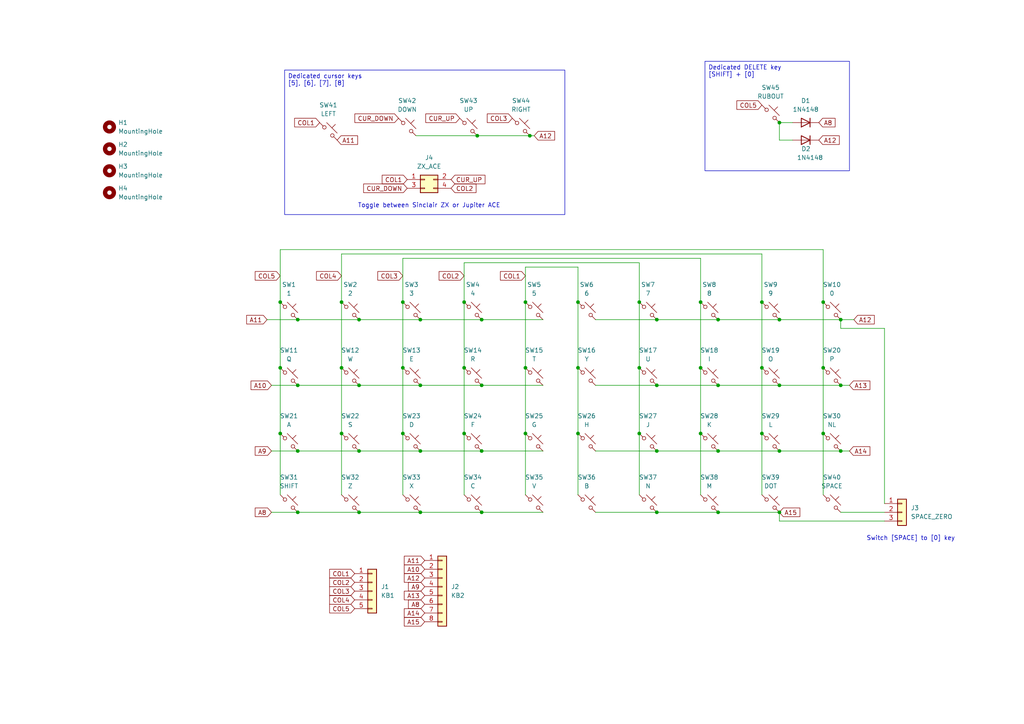
<source format=kicad_sch>
(kicad_sch (version 20250114) (generator "eeschema") (generator_version "9.0")
  (paper "A4")
  (title_block (title "ZX80 Gaming Keyboard") (date "15-Jun-2025") (rev "B") (company "Brett Hallen") (comment 1 "www.youtube.com/@Brfff"))
  (lib_symbols
    (symbol "Connector_Generic:Conn_01x03" (pin_names (offset 1.016) (hide yes))
      (property "Reference" "J" (at 0 5.08 0))
      (property "Value" "Conn_01x03" (at 0 -5.08 0))
      (symbol "Conn_01x03_1_1"
        (rectangle (start -1.27 3.81) (end 1.27 -3.81) (stroke (width 0.254)) (fill (type background)))
        (rectangle (start -1.27 2.667) (end 0 2.413) (stroke (width 0.1524)))
        (rectangle (start -1.27 0.127) (end 0 -0.127) (stroke (width 0.1524)))
        (rectangle (start -1.27 -2.413) (end 0 -2.667) (stroke (width 0.1524)))
        (pin passive line (at -5.08 2.54 0) (length 3.81) (name "Pin_1") (number "1"))
        (pin passive line (at -5.08 0 0) (length 3.81) (name "Pin_2") (number "2"))
        (pin passive line (at -5.08 -2.54 0) (length 3.81) (name "Pin_3") (number "3"))
      )
    )
    (symbol "Connector_Generic:Conn_01x05" (pin_names (offset 1.016) (hide yes))
      (property "Reference" "J" (at 0 7.62 0))
      (property "Value" "Conn_01x05" (at 0 -7.62 0))
      (symbol "Conn_01x05_1_1"
        (rectangle (start -1.27 6.35) (end 1.27 -6.35) (stroke (width 0.254)) (fill (type background)))
        (rectangle (start -1.27 5.207) (end 0 4.953) (stroke (width 0.1524)))
        (rectangle (start -1.27 2.667) (end 0 2.413) (stroke (width 0.1524)))
        (rectangle (start -1.27 0.127) (end 0 -0.127) (stroke (width 0.1524)))
        (rectangle (start -1.27 -2.413) (end 0 -2.667) (stroke (width 0.1524)))
        (rectangle (start -1.27 -4.953) (end 0 -5.207) (stroke (width 0.1524)))
        (pin passive line (at -5.08 5.08 0) (length 3.81) (name "Pin_1") (number "1"))
        (pin passive line (at -5.08 2.54 0) (length 3.81) (name "Pin_2") (number "2"))
        (pin passive line (at -5.08 0 0) (length 3.81) (name "Pin_3") (number "3"))
        (pin passive line (at -5.08 -2.54 0) (length 3.81) (name "Pin_4") (number "4"))
        (pin passive line (at -5.08 -5.08 0) (length 3.81) (name "Pin_5") (number "5"))
      )
    )
    (symbol "Connector_Generic:Conn_01x08" (pin_names (offset 1.016) (hide yes))
      (property "Reference" "J" (at 0 10.16 0))
      (property "Value" "Conn_01x08" (at 0 -12.7 0))
      (symbol "Conn_01x08_1_1"
        (rectangle (start -1.27 8.89) (end 1.27 -11.43) (stroke (width 0.254)) (fill (type background)))
        (rectangle (start -1.27 7.747) (end 0 7.493) (stroke (width 0.1524)))
        (rectangle (start -1.27 5.207) (end 0 4.953) (stroke (width 0.1524)))
        (rectangle (start -1.27 2.667) (end 0 2.413) (stroke (width 0.1524)))
        (rectangle (start -1.27 0.127) (end 0 -0.127) (stroke (width 0.1524)))
        (rectangle (start -1.27 -2.413) (end 0 -2.667) (stroke (width 0.1524)))
        (rectangle (start -1.27 -4.953) (end 0 -5.207) (stroke (width 0.1524)))
        (rectangle (start -1.27 -7.493) (end 0 -7.747) (stroke (width 0.1524)))
        (rectangle (start -1.27 -10.033) (end 0 -10.287) (stroke (width 0.1524)))
        (pin passive line (at -5.08 7.62 0) (length 3.81) (name "Pin_1") (number "1"))
        (pin passive line (at -5.08 5.08 0) (length 3.81) (name "Pin_2") (number "2"))
        (pin passive line (at -5.08 2.54 0) (length 3.81) (name "Pin_3") (number "3"))
        (pin passive line (at -5.08 0 0) (length 3.81) (name "Pin_4") (number "4"))
        (pin passive line (at -5.08 -2.54 0) (length 3.81) (name "Pin_5") (number "5"))
        (pin passive line (at -5.08 -5.08 0) (length 3.81) (name "Pin_6") (number "6"))
        (pin passive line (at -5.08 -7.62 0) (length 3.81) (name "Pin_7") (number "7"))
        (pin passive line (at -5.08 -10.16 0) (length 3.81) (name "Pin_8") (number "8"))
      )
    )
    (symbol "Connector_Generic:Conn_02x02_Odd_Even" (pin_names (offset 1.016) (hide yes))
      (property "Reference" "J" (at 1.27 2.54 0))
      (property "Value" "Conn_02x02_Odd_Even" (at 1.27 -5.08 0))
      (symbol "Conn_02x02_Odd_Even_1_1"
        (rectangle (start -1.27 1.27) (end 3.81 -3.81) (stroke (width 0.254)) (fill (type background)))
        (rectangle (start -1.27 0.127) (end 0 -0.127) (stroke (width 0.1524)))
        (rectangle (start -1.27 -2.413) (end 0 -2.667) (stroke (width 0.1524)))
        (rectangle (start 3.81 0.127) (end 2.54 -0.127) (stroke (width 0.1524)))
        (rectangle (start 3.81 -2.413) (end 2.54 -2.667) (stroke (width 0.1524)))
        (pin passive line (at -5.08 0 0) (length 3.81) (name "Pin_1") (number "1"))
        (pin passive line (at -5.08 -2.54 0) (length 3.81) (name "Pin_3") (number "3"))
        (pin passive line (at 7.62 0 180) (length 3.81) (name "Pin_2") (number "2"))
        (pin passive line (at 7.62 -2.54 180) (length 3.81) (name "Pin_4") (number "4"))
      )
    )
    (symbol "Device:D" (pin_numbers (hide yes)) (pin_names (offset 1.016) (hide yes))
      (property "Reference" "D" (at 0 2.54 0))
      (property "Value" "D" (at 0 -2.54 0))
      (symbol "D_0_1"
        (polyline (pts (xy -1.27 1.27) (xy -1.27 -1.27)) (stroke (width 0.254)))
        (polyline (pts (xy 1.27 1.27) (xy 1.27 -1.27) (xy -1.27 0) (xy 1.27 1.27)) (stroke (width 0.254)))
        (polyline (pts (xy 1.27 0) (xy -1.27 0)))
      )
      (symbol "D_1_1"
        (pin passive line (at -3.81 0 0) (length 2.54) (name "K") (number "1"))
        (pin passive line (at 3.81 0 180) (length 2.54) (name "A") (number "2"))
      )
    )
    (symbol "Mechanical:MountingHole" (pin_names (offset 1.016)) (exclude_from_sim yes) (in_bom no)
      (property "Reference" "H" (at 0 5.08 0))
      (property "Value" "MountingHole" (at 0 3.175 0))
      (symbol "MountingHole_0_1"
        (circle (center 0 0) (radius 1.27) (stroke (width 1.27)))
      )
    )
    (symbol "Switch:SW_Push_45deg" (pin_numbers (hide yes)) (pin_names (offset 1.016) (hide yes))
      (property "Reference" "SW" (at 3.048 1.016 0))
      (property "Value" "SW_Push_45deg" (at 0 -3.81 0))
      (symbol "SW_Push_45deg_0_1"
        (polyline (pts (xy -2.54 2.54) (xy -1.524 1.524) (xy -1.524 1.524)))
        (circle (center -1.1684 1.1684) (radius 0.508))
        (polyline (pts (xy -0.508 2.54) (xy 2.54 -0.508)))
        (polyline (pts (xy 1.016 1.016) (xy 2.032 2.032)))
        (circle (center 1.143 -1.1938) (radius 0.508))
        (polyline (pts (xy 1.524 -1.524) (xy 2.54 -2.54) (xy 2.54 -2.54) (xy 2.54 -2.54)))
        (pin passive line (at -2.54 2.54 0) (length 0) (name "1") (number "1"))
        (pin passive line (at 2.54 -2.54 180) (length 0) (name "2") (number "2"))
      )
    )
  )
  (text "Toggle between Sinclair ZX or Jupiter ACE" (at 124.46 59.69 0) (effects (font (size 1.27 1.27))))
  (text "Switch [SPACE] to [0] key" (at 264.16 156.21 0) (effects (font (size 1.27 1.27))))
  (text_box "Dedicated DELETE key\n[SHIFT] + [0]" (at 204.47 17.78 0) (size 41.91 31.75) (margins 0.9525 0.9525 0.9525 0.9525) (effects (font (size 1.27 1.27)) (justify left top)))
  (text_box "Dedicated cursor keys\n[5], [6], [7], [8]" (at 82.55 20.32 0) (size 81.28 41.91) (margins 0.9525 0.9525 0.9525 0.9525) (effects (font (size 1.27 1.27)) (justify left top)))
  (junction (at 243.84 130.81))
  (junction (at 152.4 106.68))
  (junction (at 185.42 106.68))
  (junction (at 208.28 148.59))
  (junction (at 226.06 111.76))
  (junction (at 190.5 111.76))
  (junction (at 185.42 125.73))
  (junction (at 116.84 87.63))
  (junction (at 99.06 125.73))
  (junction (at 86.36 111.76))
  (junction (at 226.06 130.81))
  (junction (at 138.43 39.37))
  (junction (at 226.06 35.56))
  (junction (at 134.62 87.63))
  (junction (at 116.84 125.73))
  (junction (at 190.5 148.59))
  (junction (at 86.36 130.81))
  (junction (at 86.36 148.59))
  (junction (at 203.2 87.63))
  (junction (at 99.06 87.63))
  (junction (at 104.14 148.59))
  (junction (at 81.28 125.73))
  (junction (at 167.64 87.63))
  (junction (at 190.5 130.81))
  (junction (at 243.84 111.76))
  (junction (at 208.28 111.76))
  (junction (at 121.92 92.71))
  (junction (at 134.62 106.68))
  (junction (at 104.14 92.71))
  (junction (at 220.98 106.68))
  (junction (at 139.7 148.59))
  (junction (at 152.4 125.73))
  (junction (at 86.36 92.71))
  (junction (at 121.92 130.81))
  (junction (at 220.98 87.63))
  (junction (at 167.64 106.68))
  (junction (at 238.76 106.68))
  (junction (at 81.28 106.68))
  (junction (at 152.4 87.63))
  (junction (at 139.7 92.71))
  (junction (at 238.76 125.73))
  (junction (at 81.28 87.63))
  (junction (at 104.14 111.76))
  (junction (at 190.5 92.71))
  (junction (at 104.14 130.81))
  (junction (at 208.28 130.81))
  (junction (at 99.06 106.68))
  (junction (at 238.76 87.63))
  (junction (at 185.42 87.63))
  (junction (at 121.92 111.76))
  (junction (at 139.7 111.76))
  (junction (at 203.2 106.68))
  (junction (at 153.67 39.37))
  (junction (at 167.64 125.73))
  (junction (at 208.28 92.71))
  (junction (at 116.84 106.68))
  (junction (at 243.84 92.71))
  (junction (at 220.98 125.73))
  (junction (at 226.06 148.59))
  (junction (at 203.2 125.73))
  (junction (at 226.06 92.71))
  (junction (at 134.62 125.73))
  (junction (at 139.7 130.81))
  (junction (at 121.92 148.59))
  (wire (pts (xy 78.74 130.81) (xy 86.36 130.81)))
  (wire (pts (xy 86.36 148.59) (xy 104.14 148.59)))
  (wire (pts (xy 121.92 130.81) (xy 139.7 130.81)))
  (wire (pts (xy 86.36 130.81) (xy 104.14 130.81)))
  (wire (pts (xy 172.72 148.59) (xy 190.5 148.59)))
  (wire (pts (xy 243.84 95.25) (xy 256.54 95.25)))
  (wire (pts (xy 203.2 87.63) (xy 203.2 74.93)))
  (wire (pts (xy 154.94 39.37) (xy 153.67 39.37)))
  (wire (pts (xy 121.92 148.59) (xy 139.7 148.59)))
  (wire (pts (xy 220.98 87.63) (xy 220.98 73.66)))
  (wire (pts (xy 99.06 106.68) (xy 99.06 125.73)))
  (wire (pts (xy 134.62 106.68) (xy 134.62 125.73)))
  (wire (pts (xy 81.28 72.39) (xy 238.76 72.39)))
  (wire (pts (xy 220.98 143.51) (xy 220.98 125.73)))
  (wire (pts (xy 116.84 125.73) (xy 116.84 143.51)))
  (wire (pts (xy 243.84 92.71) (xy 243.84 95.25)))
  (wire (pts (xy 134.62 125.73) (xy 134.62 143.51)))
  (wire (pts (xy 77.47 92.71) (xy 86.36 92.71)))
  (wire (pts (xy 185.42 87.63) (xy 185.42 106.68)))
  (wire (pts (xy 152.4 125.73) (xy 152.4 143.51)))
  (wire (pts (xy 104.14 148.59) (xy 121.92 148.59)))
  (wire (pts (xy 190.5 111.76) (xy 208.28 111.76)))
  (wire (pts (xy 104.14 130.81) (xy 121.92 130.81)))
  (wire (pts (xy 138.43 39.37) (xy 153.67 39.37)))
  (wire (pts (xy 243.84 111.76) (xy 246.38 111.76)))
  (wire (pts (xy 229.87 40.64) (xy 226.06 40.64)))
  (wire (pts (xy 116.84 87.63) (xy 116.84 106.68)))
  (wire (pts (xy 172.72 92.71) (xy 190.5 92.71)))
  (wire (pts (xy 167.64 77.47) (xy 167.64 87.63)))
  (wire (pts (xy 220.98 73.66) (xy 99.06 73.66)))
  (wire (pts (xy 243.84 130.81) (xy 246.38 130.81)))
  (wire (pts (xy 78.74 148.59) (xy 86.36 148.59)))
  (wire (pts (xy 243.84 92.71) (xy 247.65 92.71)))
  (wire (pts (xy 190.5 130.81) (xy 208.28 130.81)))
  (wire (pts (xy 238.76 106.68) (xy 238.76 125.73)))
  (wire (pts (xy 81.28 87.63) (xy 81.28 72.39)))
  (wire (pts (xy 99.06 73.66) (xy 99.06 87.63)))
  (wire (pts (xy 203.2 106.68) (xy 203.2 125.73)))
  (wire (pts (xy 185.42 76.2) (xy 134.62 76.2)))
  (wire (pts (xy 120.65 39.37) (xy 138.43 39.37)))
  (wire (pts (xy 139.7 130.81) (xy 157.48 130.81)))
  (wire (pts (xy 203.2 74.93) (xy 116.84 74.93)))
  (wire (pts (xy 256.54 151.13) (xy 226.06 151.13)))
  (wire (pts (xy 190.5 92.71) (xy 208.28 92.71)))
  (wire (pts (xy 226.06 92.71) (xy 243.84 92.71)))
  (wire (pts (xy 238.76 87.63) (xy 238.76 106.68)))
  (wire (pts (xy 134.62 76.2) (xy 134.62 87.63)))
  (wire (pts (xy 220.98 106.68) (xy 220.98 87.63)))
  (wire (pts (xy 152.4 87.63) (xy 152.4 106.68)))
  (wire (pts (xy 203.2 125.73) (xy 203.2 143.51)))
  (wire (pts (xy 139.7 111.76) (xy 157.48 111.76)))
  (wire (pts (xy 167.64 125.73) (xy 167.64 143.51)))
  (wire (pts (xy 185.42 87.63) (xy 185.42 76.2)))
  (wire (pts (xy 86.36 111.76) (xy 104.14 111.76)))
  (wire (pts (xy 208.28 148.59) (xy 226.06 148.59)))
  (wire (pts (xy 226.06 111.76) (xy 243.84 111.76)))
  (wire (pts (xy 220.98 125.73) (xy 220.98 106.68)))
  (wire (pts (xy 256.54 95.25) (xy 256.54 146.05)))
  (wire (pts (xy 208.28 92.71) (xy 226.06 92.71)))
  (wire (pts (xy 81.28 87.63) (xy 81.28 106.68)))
  (wire (pts (xy 134.62 87.63) (xy 134.62 106.68)))
  (wire (pts (xy 78.74 111.76) (xy 86.36 111.76)))
  (wire (pts (xy 121.92 92.71) (xy 139.7 92.71)))
  (wire (pts (xy 238.76 125.73) (xy 238.76 143.51)))
  (wire (pts (xy 104.14 111.76) (xy 121.92 111.76)))
  (wire (pts (xy 152.4 77.47) (xy 167.64 77.47)))
  (wire (pts (xy 185.42 106.68) (xy 185.42 125.73)))
  (wire (pts (xy 238.76 72.39) (xy 238.76 87.63)))
  (wire (pts (xy 99.06 125.73) (xy 99.06 143.51)))
  (wire (pts (xy 152.4 87.63) (xy 152.4 77.47)))
  (wire (pts (xy 104.14 92.71) (xy 121.92 92.71)))
  (wire (pts (xy 203.2 87.63) (xy 203.2 106.68)))
  (wire (pts (xy 226.06 35.56) (xy 226.06 40.64)))
  (wire (pts (xy 86.36 92.71) (xy 104.14 92.71)))
  (wire (pts (xy 99.06 87.63) (xy 99.06 106.68)))
  (wire (pts (xy 139.7 92.71) (xy 157.48 92.71)))
  (wire (pts (xy 152.4 106.68) (xy 152.4 125.73)))
  (wire (pts (xy 172.72 130.81) (xy 190.5 130.81)))
  (wire (pts (xy 81.28 125.73) (xy 81.28 143.51)))
  (wire (pts (xy 116.84 106.68) (xy 116.84 125.73)))
  (wire (pts (xy 139.7 148.59) (xy 157.48 148.59)))
  (wire (pts (xy 226.06 151.13) (xy 226.06 148.59)))
  (wire (pts (xy 190.5 148.59) (xy 208.28 148.59)))
  (wire (pts (xy 208.28 130.81) (xy 226.06 130.81)))
  (wire (pts (xy 226.06 35.56) (xy 229.87 35.56)))
  (wire (pts (xy 167.64 106.68) (xy 167.64 125.73)))
  (wire (pts (xy 167.64 87.63) (xy 167.64 106.68)))
  (wire (pts (xy 208.28 111.76) (xy 226.06 111.76)))
  (wire (pts (xy 116.84 74.93) (xy 116.84 87.63)))
  (wire (pts (xy 243.84 148.59) (xy 256.54 148.59)))
  (wire (pts (xy 121.92 111.76) (xy 139.7 111.76)))
  (wire (pts (xy 81.28 106.68) (xy 81.28 125.73)))
  (wire (pts (xy 185.42 125.73) (xy 185.42 143.51)))
  (wire (pts (xy 172.72 111.76) (xy 190.5 111.76)))
  (wire (pts (xy 226.06 130.81) (xy 243.84 130.81)))
  (global_label "A8" (shape input) (at 237.49 35.56 0) (property "Intersheetrefs" "${INTERSHEET_REFS}" (effects (hide yes))))
  (global_label "COL2" (shape input) (at 102.87 168.91 180) (property "Intersheetrefs" "${INTERSHEET_REFS}" (effects (hide yes))))
  (global_label "COL4" (shape input) (at 102.87 173.99 180) (property "Intersheetrefs" "${INTERSHEET_REFS}" (effects (hide yes))))
  (global_label "A10" (shape input) (at 123.19 165.1 180) (property "Intersheetrefs" "${INTERSHEET_REFS}" (effects (hide yes))))
  (global_label "A11" (shape input) (at 97.79 40.64 0) (property "Intersheetrefs" "${INTERSHEET_REFS}" (effects (hide yes))))
  (global_label "COL1" (shape input) (at 118.11 52.07 180) (property "Intersheetrefs" "${INTERSHEET_REFS}" (effects (hide yes))))
  (global_label "COL5" (shape input) (at 102.87 176.53 180) (property "Intersheetrefs" "${INTERSHEET_REFS}" (effects (hide yes))))
  (global_label "CUR_UP" (shape input) (at 133.35 34.29 180) (property "Intersheetrefs" "${INTERSHEET_REFS}" (effects (hide yes))))
  (global_label "CUR_DOWN" (shape input) (at 118.11 54.61 180) (property "Intersheetrefs" "${INTERSHEET_REFS}" (effects (hide yes))))
  (global_label "A14" (shape input) (at 246.38 130.81 0) (property "Intersheetrefs" "${INTERSHEET_REFS}" (effects (hide yes))))
  (global_label "A15" (shape input) (at 123.19 180.34 180) (property "Intersheetrefs" "${INTERSHEET_REFS}" (effects (hide yes))))
  (global_label "A12" (shape input) (at 123.19 167.64 180) (property "Intersheetrefs" "${INTERSHEET_REFS}" (effects (hide yes))))
  (global_label "COL2" (shape input) (at 130.81 54.61 0) (property "Intersheetrefs" "${INTERSHEET_REFS}" (effects (hide yes))))
  (global_label "CUR_UP" (shape input) (at 130.81 52.07 0) (property "Intersheetrefs" "${INTERSHEET_REFS}" (effects (hide yes))))
  (global_label "A13" (shape input) (at 246.38 111.76 0) (property "Intersheetrefs" "${INTERSHEET_REFS}" (effects (hide yes))))
  (global_label "A13" (shape input) (at 123.19 172.72 180) (property "Intersheetrefs" "${INTERSHEET_REFS}" (effects (hide yes))))
  (global_label "COL3" (shape input) (at 148.59 34.29 180) (property "Intersheetrefs" "${INTERSHEET_REFS}" (effects (hide yes))))
  (global_label "COL3" (shape input) (at 116.84 80.01 180) (property "Intersheetrefs" "${INTERSHEET_REFS}" (effects (hide yes))))
  (global_label "A9" (shape input) (at 123.19 170.18 180) (property "Intersheetrefs" "${INTERSHEET_REFS}" (effects (hide yes))))
  (global_label "COL3" (shape input) (at 102.87 171.45 180) (property "Intersheetrefs" "${INTERSHEET_REFS}" (effects (hide yes))))
  (global_label "COL5" (shape input) (at 81.28 80.01 180) (property "Intersheetrefs" "${INTERSHEET_REFS}" (effects (hide yes))))
  (global_label "COL4" (shape input) (at 99.06 80.01 180) (property "Intersheetrefs" "${INTERSHEET_REFS}" (effects (hide yes))))
  (global_label "A9" (shape input) (at 78.74 130.81 180) (property "Intersheetrefs" "${INTERSHEET_REFS}" (effects (hide yes))))
  (global_label "A12" (shape input) (at 247.65 92.71 0) (property "Intersheetrefs" "${INTERSHEET_REFS}" (effects (hide yes))))
  (global_label "A15" (shape input) (at 226.06 148.59 0) (property "Intersheetrefs" "${INTERSHEET_REFS}" (effects (hide yes))))
  (global_label "A10" (shape input) (at 78.74 111.76 180) (property "Intersheetrefs" "${INTERSHEET_REFS}" (effects (hide yes))))
  (global_label "CUR_DOWN" (shape input) (at 115.57 34.29 180) (property "Intersheetrefs" "${INTERSHEET_REFS}" (effects (hide yes))))
  (global_label "A11" (shape input) (at 123.19 162.56 180) (property "Intersheetrefs" "${INTERSHEET_REFS}" (effects (hide yes))))
  (global_label "A8" (shape input) (at 78.74 148.59 180) (property "Intersheetrefs" "${INTERSHEET_REFS}" (effects (hide yes))))
  (global_label "COL1" (shape input) (at 152.4 80.01 180) (property "Intersheetrefs" "${INTERSHEET_REFS}" (effects (hide yes))))
  (global_label "A11" (shape input) (at 77.47 92.71 180) (property "Intersheetrefs" "${INTERSHEET_REFS}" (effects (hide yes))))
  (global_label "A14" (shape input) (at 123.19 177.8 180) (property "Intersheetrefs" "${INTERSHEET_REFS}" (effects (hide yes))))
  (global_label "A12" (shape input) (at 154.94 39.37 0) (property "Intersheetrefs" "${INTERSHEET_REFS}" (effects (hide yes))))
  (global_label "COL1" (shape input) (at 102.87 166.37 180) (property "Intersheetrefs" "${INTERSHEET_REFS}" (effects (hide yes))))
  (global_label "A8" (shape input) (at 123.19 175.26 180) (property "Intersheetrefs" "${INTERSHEET_REFS}" (effects (hide yes))))
  (global_label "COL5" (shape input) (at 220.98 30.48 180) (property "Intersheetrefs" "${INTERSHEET_REFS}" (effects (hide yes))))
  (global_label "COL1" (shape input) (at 92.71 35.56 180) (property "Intersheetrefs" "${INTERSHEET_REFS}" (effects (hide yes))))
  (global_label "COL2" (shape input) (at 134.62 80.01 180) (property "Intersheetrefs" "${INTERSHEET_REFS}" (effects (hide yes))))
  (global_label "A12" (shape input) (at 237.49 40.64 0) (property "Intersheetrefs" "${INTERSHEET_REFS}" (effects (hide yes))))
  (symbol (lib_id "Switch:SW_Push_45deg") (at 205.74 128.27 0) (unit 1)
    (property "Reference" "SW28" (at 205.74 120.65 0))
    (property "Value" "K" (at 205.74 123.19 0))
    (property "Footprint" "Button_Switch_Keyboard:SW_Cherry_MX_1.00u_PCB" (effects (hide yes)))
    (property "Description" "Push button switch, normally open, two pins, 45° tilted" (effects (hide yes)))
  )
  (symbol (lib_id "Switch:SW_Push_45deg") (at 83.82 146.05 0) (unit 1)
    (property "Reference" "SW31" (at 83.82 138.43 0))
    (property "Value" "SHIFT" (at 83.82 140.97 0))
    (property "Footprint" "Button_Switch_Keyboard:SW_Cherry_MX_1.00u_PCB" (effects (hide yes)))
    (property "Description" "Push button switch, normally open, two pins, 45° tilted" (effects (hide yes)))
  )
  (symbol (lib_id "Switch:SW_Push_45deg") (at 154.94 146.05 0) (unit 1)
    (property "Reference" "SW35" (at 154.94 138.43 0))
    (property "Value" "V" (at 154.94 140.97 0))
    (property "Footprint" "Button_Switch_Keyboard:SW_Cherry_MX_1.00u_PCB" (effects (hide yes)))
    (property "Description" "Push button switch, normally open, two pins, 45° tilted" (effects (hide yes)))
  )
  (symbol (lib_id "Switch:SW_Push_45deg") (at 223.52 146.05 0) (unit 1)
    (property "Reference" "SW39" (at 223.52 138.43 0))
    (property "Value" "DOT" (at 223.52 140.97 0))
    (property "Footprint" "Button_Switch_Keyboard:SW_Cherry_MX_1.00u_PCB" (effects (hide yes)))
    (property "Description" "Push button switch, normally open, two pins, 45° tilted" (effects (hide yes)))
  )
  (symbol (lib_id "Mechanical:MountingHole") (at 31.75 36.83 0) (unit 1) (exclude_from_sim yes) (in_bom no)
    (property "Reference" "H1" (at 34.29 35.5599 0) (effects (justify left)))
    (property "Value" "MountingHole" (at 34.29 38.0999 0) (effects (justify left)))
    (property "Footprint" "MountingHole:MountingHole_3.2mm_M3" (effects (hide yes)))
    (property "Description" "Mounting Hole without connection" (effects (hide yes)))
  )
  (symbol (lib_id "Switch:SW_Push_45deg") (at 154.94 90.17 0) (unit 1)
    (property "Reference" "SW5" (at 154.94 82.55 0))
    (property "Value" "5" (at 154.94 85.09 0))
    (property "Footprint" "Button_Switch_Keyboard:SW_Cherry_MX_1.00u_PCB" (effects (hide yes)))
    (property "Description" "Push button switch, normally open, two pins, 45° tilted" (effects (hide yes)))
  )
  (symbol (lib_id "Switch:SW_Push_45deg") (at 223.52 109.22 0) (unit 1)
    (property "Reference" "SW19" (at 223.52 101.6 0))
    (property "Value" "O" (at 223.52 104.14 0))
    (property "Footprint" "Button_Switch_Keyboard:SW_Cherry_MX_1.00u_PCB" (effects (hide yes)))
    (property "Description" "Push button switch, normally open, two pins, 45° tilted" (effects (hide yes)))
  )
  (symbol (lib_id "Switch:SW_Push_45deg") (at 137.16 146.05 0) (unit 1)
    (property "Reference" "SW34" (at 137.16 138.43 0))
    (property "Value" "C" (at 137.16 140.97 0))
    (property "Footprint" "Button_Switch_Keyboard:SW_Cherry_MX_1.00u_PCB" (effects (hide yes)))
    (property "Description" "Push button switch, normally open, two pins, 45° tilted" (effects (hide yes)))
  )
  (symbol (lib_id "Connector_Generic:Conn_02x02_Odd_Even") (at 123.19 52.07 0) (unit 1)
    (property "Reference" "J4" (at 124.46 45.72 0))
    (property "Value" "ZX_ACE" (at 124.46 48.26 0))
    (property "Footprint" "Connector_PinHeader_2.54mm:PinHeader_2x02_P2.54mm_Vertical" (effects (hide yes)))
    (property "Description" "Generic connector, double row, 02x02, odd/even pin numbering scheme (row 1 odd numbers, row 2 even numbers), script generated (kicad-library-utils/schlib/autogen/connector/)" (effects (hide yes)))
  )
  (symbol (lib_id "Switch:SW_Push_45deg") (at 241.3 90.17 0) (unit 1)
    (property "Reference" "SW10" (at 241.3 82.55 0))
    (property "Value" "0" (at 241.3 85.09 0))
    (property "Footprint" "Button_Switch_Keyboard:SW_Cherry_MX_1.00u_PCB" (effects (hide yes)))
    (property "Description" "Push button switch, normally open, two pins, 45° tilted" (effects (hide yes)))
  )
  (symbol (lib_id "Switch:SW_Push_45deg") (at 135.89 36.83 0) (unit 1)
    (property "Reference" "SW43" (at 135.89 29.21 0))
    (property "Value" "UP" (at 135.89 31.75 0))
    (property "Footprint" "Button_Switch_Keyboard:SW_Cherry_MX_1.00u_PCB" (effects (hide yes)))
    (property "Description" "Push button switch, normally open, two pins, 45° tilted" (effects (hide yes)))
  )
  (symbol (lib_id "Switch:SW_Push_45deg") (at 137.16 109.22 0) (unit 1)
    (property "Reference" "SW14" (at 137.16 101.6 0))
    (property "Value" "R" (at 137.16 104.14 0))
    (property "Footprint" "Button_Switch_Keyboard:SW_Cherry_MX_1.00u_PCB" (effects (hide yes)))
    (property "Description" "Push button switch, normally open, two pins, 45° tilted" (effects (hide yes)))
  )
  (symbol (lib_id "Switch:SW_Push_45deg") (at 241.3 109.22 0) (unit 1)
    (property "Reference" "SW20" (at 241.3 101.6 0))
    (property "Value" "P" (at 241.3 104.14 0))
    (property "Footprint" "Button_Switch_Keyboard:SW_Cherry_MX_1.00u_PCB" (effects (hide yes)))
    (property "Description" "Push button switch, normally open, two pins, 45° tilted" (effects (hide yes)))
  )
  (symbol (lib_id "Switch:SW_Push_45deg") (at 241.3 146.05 0) (unit 1)
    (property "Reference" "SW40" (at 241.3 138.43 0))
    (property "Value" "SPACE" (at 241.3 140.97 0))
    (property "Footprint" "Button_Switch_Keyboard:SW_Cherry_MX_1.00u_PCB" (effects (hide yes)))
    (property "Description" "Push button switch, normally open, two pins, 45° tilted" (effects (hide yes)))
  )
  (symbol (lib_id "Switch:SW_Push_45deg") (at 119.38 109.22 0) (unit 1)
    (property "Reference" "SW13" (at 119.38 101.6 0))
    (property "Value" "E" (at 119.38 104.14 0))
    (property "Footprint" "Button_Switch_Keyboard:SW_Cherry_MX_1.00u_PCB" (effects (hide yes)))
    (property "Description" "Push button switch, normally open, two pins, 45° tilted" (effects (hide yes)))
  )
  (symbol (lib_id "Connector_Generic:Conn_01x08") (at 128.27 170.18 0) (unit 1)
    (property "Reference" "J2" (at 130.81 170.1799 0) (effects (justify left)))
    (property "Value" "KB2" (at 130.81 172.7199 0) (effects (justify left)))
    (property "Footprint" "Connector_PinHeader_2.54mm:PinHeader_1x08_P2.54mm_Vertical" (effects (hide yes)))
    (property "Description" "Generic connector, single row, 01x08, script generated (kicad-library-utils/schlib/autogen/connector/)" (effects (hide yes)))
  )
  (symbol (lib_id "Switch:SW_Push_45deg") (at 170.18 90.17 0) (unit 1)
    (property "Reference" "SW6" (at 170.18 82.55 0))
    (property "Value" "6" (at 170.18 85.09 0))
    (property "Footprint" "Button_Switch_Keyboard:SW_Cherry_MX_1.00u_PCB" (effects (hide yes)))
    (property "Description" "Push button switch, normally open, two pins, 45° tilted" (effects (hide yes)))
  )
  (symbol (lib_id "Connector_Generic:Conn_01x03") (at 261.62 148.59 0) (unit 1)
    (property "Reference" "J3" (at 264.16 147.3199 0) (effects (justify left)))
    (property "Value" "SPACE_ZERO" (at 264.16 149.8599 0) (effects (justify left)))
    (property "Footprint" "Connector_PinHeader_2.54mm:PinHeader_1x03_P2.54mm_Vertical" (effects (hide yes)))
    (property "Description" "Generic connector, single row, 01x03, script generated (kicad-library-utils/schlib/autogen/connector/)" (effects (hide yes)))
  )
  (symbol (lib_id "Switch:SW_Push_45deg") (at 241.3 128.27 0) (unit 1)
    (property "Reference" "SW30" (at 241.3 120.65 0))
    (property "Value" "NL" (at 241.3 123.19 0))
    (property "Footprint" "Button_Switch_Keyboard:SW_Cherry_MX_1.00u_PCB" (effects (hide yes)))
    (property "Description" "Push button switch, normally open, two pins, 45° tilted" (effects (hide yes)))
  )
  (symbol (lib_id "Switch:SW_Push_45deg") (at 187.96 109.22 0) (unit 1)
    (property "Reference" "SW17" (at 187.96 101.6 0))
    (property "Value" "U" (at 187.96 104.14 0))
    (property "Footprint" "Button_Switch_Keyboard:SW_Cherry_MX_1.00u_PCB" (effects (hide yes)))
    (property "Description" "Push button switch, normally open, two pins, 45° tilted" (effects (hide yes)))
  )
  (symbol (lib_id "Switch:SW_Push_45deg") (at 205.74 146.05 0) (unit 1)
    (property "Reference" "SW38" (at 205.74 138.43 0))
    (property "Value" "M" (at 205.74 140.97 0))
    (property "Footprint" "Button_Switch_Keyboard:SW_Cherry_MX_1.00u_PCB" (effects (hide yes)))
    (property "Description" "Push button switch, normally open, two pins, 45° tilted" (effects (hide yes)))
  )
  (symbol (lib_id "Mechanical:MountingHole") (at 31.75 43.18 0) (unit 1) (exclude_from_sim yes) (in_bom no)
    (property "Reference" "H2" (at 34.29 41.9099 0) (effects (justify left)))
    (property "Value" "MountingHole" (at 34.29 44.4499 0) (effects (justify left)))
    (property "Footprint" "MountingHole:MountingHole_3.2mm_M3" (effects (hide yes)))
    (property "Description" "Mounting Hole without connection" (effects (hide yes)))
  )
  (symbol (lib_id "Switch:SW_Push_45deg") (at 83.82 109.22 0) (unit 1)
    (property "Reference" "SW11" (at 83.82 101.6 0))
    (property "Value" "Q" (at 83.82 104.14 0))
    (property "Footprint" "Button_Switch_Keyboard:SW_Cherry_MX_1.00u_PCB" (effects (hide yes)))
    (property "Description" "Push button switch, normally open, two pins, 45° tilted" (effects (hide yes)))
  )
  (symbol (lib_id "Device:D") (at 233.68 40.64 180) (unit 1)
    (property "Reference" "D2" (at 232.41 43.18 0) (effects (justify right)))
    (property "Value" "1N4148" (at 231.14 45.72 0) (effects (justify right)))
    (property "Footprint" "Diode_THT:D_DO-35_SOD27_P7.62mm_Horizontal" (effects (hide yes)))
    (property "Description" "Diode" (effects (hide yes)))
    (property "Sim.Device" "D" (effects (hide yes)))
    (property "Sim.Pins" "1=K 2=A" (effects (hide yes)))
  )
  (symbol (lib_id "Switch:SW_Push_45deg") (at 119.38 90.17 0) (unit 1)
    (property "Reference" "SW3" (at 119.38 82.55 0))
    (property "Value" "3" (at 119.38 85.09 0))
    (property "Footprint" "Button_Switch_Keyboard:SW_Cherry_MX_1.00u_PCB" (effects (hide yes)))
    (property "Description" "Push button switch, normally open, two pins, 45° tilted" (effects (hide yes)))
  )
  (symbol (lib_id "Switch:SW_Push_45deg") (at 119.38 146.05 0) (unit 1)
    (property "Reference" "SW33" (at 119.38 138.43 0))
    (property "Value" "X" (at 119.38 140.97 0))
    (property "Footprint" "Button_Switch_Keyboard:SW_Cherry_MX_1.00u_PCB" (effects (hide yes)))
    (property "Description" "Push button switch, normally open, two pins, 45° tilted" (effects (hide yes)))
  )
  (symbol (lib_id "Switch:SW_Push_45deg") (at 187.96 90.17 0) (unit 1)
    (property "Reference" "SW7" (at 187.96 82.55 0))
    (property "Value" "7" (at 187.96 85.09 0))
    (property "Footprint" "Button_Switch_Keyboard:SW_Cherry_MX_1.00u_PCB" (effects (hide yes)))
    (property "Description" "Push button switch, normally open, two pins, 45° tilted" (effects (hide yes)))
  )
  (symbol (lib_id "Switch:SW_Push_45deg") (at 95.25 38.1 0) (unit 1)
    (property "Reference" "SW41" (at 95.25 30.48 0))
    (property "Value" "LEFT" (at 95.25 33.02 0))
    (property "Footprint" "Button_Switch_Keyboard:SW_Cherry_MX_1.00u_PCB" (effects (hide yes)))
    (property "Description" "Push button switch, normally open, two pins, 45° tilted" (effects (hide yes)))
  )
  (symbol (lib_id "Switch:SW_Push_45deg") (at 205.74 90.17 0) (unit 1)
    (property "Reference" "SW8" (at 205.74 82.55 0))
    (property "Value" "8" (at 205.74 85.09 0))
    (property "Footprint" "Button_Switch_Keyboard:SW_Cherry_MX_1.00u_PCB" (effects (hide yes)))
    (property "Description" "Push button switch, normally open, two pins, 45° tilted" (effects (hide yes)))
  )
  (symbol (lib_id "Switch:SW_Push_45deg") (at 151.13 36.83 0) (unit 1)
    (property "Reference" "SW44" (at 151.13 29.21 0))
    (property "Value" "RIGHT" (at 151.13 31.75 0))
    (property "Footprint" "Button_Switch_Keyboard:SW_Cherry_MX_1.00u_PCB" (effects (hide yes)))
    (property "Description" "Push button switch, normally open, two pins, 45° tilted" (effects (hide yes)))
  )
  (symbol (lib_id "Switch:SW_Push_45deg") (at 101.6 90.17 0) (unit 1)
    (property "Reference" "SW2" (at 101.6 82.55 0))
    (property "Value" "2" (at 101.6 85.09 0))
    (property "Footprint" "Button_Switch_Keyboard:SW_Cherry_MX_1.00u_PCB" (effects (hide yes)))
    (property "Description" "Push button switch, normally open, two pins, 45° tilted" (effects (hide yes)))
  )
  (symbol (lib_id "Switch:SW_Push_45deg") (at 205.74 109.22 0) (unit 1)
    (property "Reference" "SW18" (at 205.74 101.6 0))
    (property "Value" "I" (at 205.74 104.14 0))
    (property "Footprint" "Button_Switch_Keyboard:SW_Cherry_MX_1.00u_PCB" (effects (hide yes)))
    (property "Description" "Push button switch, normally open, two pins, 45° tilted" (effects (hide yes)))
  )
  (symbol (lib_id "Mechanical:MountingHole") (at 31.75 55.88 0) (unit 1) (exclude_from_sim yes) (in_bom no)
    (property "Reference" "H4" (at 34.29 54.6099 0) (effects (justify left)))
    (property "Value" "MountingHole" (at 34.29 57.1499 0) (effects (justify left)))
    (property "Footprint" "MountingHole:MountingHole_3.2mm_M3" (effects (hide yes)))
    (property "Description" "Mounting Hole without connection" (effects (hide yes)))
  )
  (symbol (lib_id "Switch:SW_Push_45deg") (at 118.11 36.83 0) (unit 1)
    (property "Reference" "SW42" (at 118.11 29.21 0))
    (property "Value" "DOWN" (at 118.11 31.75 0))
    (property "Footprint" "Button_Switch_Keyboard:SW_Cherry_MX_1.00u_PCB" (effects (hide yes)))
    (property "Description" "Push button switch, normally open, two pins, 45° tilted" (effects (hide yes)))
  )
  (symbol (lib_id "Switch:SW_Push_45deg") (at 154.94 109.22 0) (unit 1)
    (property "Reference" "SW15" (at 154.94 101.6 0))
    (property "Value" "T" (at 154.94 104.14 0))
    (property "Footprint" "Button_Switch_Keyboard:SW_Cherry_MX_1.00u_PCB" (effects (hide yes)))
    (property "Description" "Push button switch, normally open, two pins, 45° tilted" (effects (hide yes)))
  )
  (symbol (lib_id "Switch:SW_Push_45deg") (at 83.82 128.27 0) (unit 1)
    (property "Reference" "SW21" (at 83.82 120.65 0))
    (property "Value" "A" (at 83.82 123.19 0))
    (property "Footprint" "Button_Switch_Keyboard:SW_Cherry_MX_1.00u_PCB" (effects (hide yes)))
    (property "Description" "Push button switch, normally open, two pins, 45° tilted" (effects (hide yes)))
  )
  (symbol (lib_id "Switch:SW_Push_45deg") (at 137.16 128.27 0) (unit 1)
    (property "Reference" "SW24" (at 137.16 120.65 0))
    (property "Value" "F" (at 137.16 123.19 0))
    (property "Footprint" "Button_Switch_Keyboard:SW_Cherry_MX_1.00u_PCB" (effects (hide yes)))
    (property "Description" "Push button switch, normally open, two pins, 45° tilted" (effects (hide yes)))
  )
  (symbol (lib_id "Mechanical:MountingHole") (at 31.75 49.53 0) (unit 1) (exclude_from_sim yes) (in_bom no)
    (property "Reference" "H3" (at 34.29 48.2599 0) (effects (justify left)))
    (property "Value" "MountingHole" (at 34.29 50.7999 0) (effects (justify left)))
    (property "Footprint" "MountingHole:MountingHole_3.2mm_M3" (effects (hide yes)))
    (property "Description" "Mounting Hole without connection" (effects (hide yes)))
  )
  (symbol (lib_id "Device:D") (at 233.68 35.56 180) (unit 1)
    (property "Reference" "D1" (at 233.68 29.21 0))
    (property "Value" "1N4148" (at 233.68 31.75 0))
    (property "Footprint" "Diode_THT:D_DO-35_SOD27_P7.62mm_Horizontal" (effects (hide yes)))
    (property "Description" "Diode" (effects (hide yes)))
    (property "Sim.Device" "D" (effects (hide yes)))
    (property "Sim.Pins" "1=K 2=A" (effects (hide yes)))
  )
  (symbol (lib_id "Switch:SW_Push_45deg") (at 223.52 33.02 0) (unit 1)
    (property "Reference" "SW45" (at 223.52 25.4 0))
    (property "Value" "RUBOUT" (at 223.52 27.94 0))
    (property "Footprint" "Button_Switch_Keyboard:SW_Cherry_MX_1.00u_PCB" (effects (hide yes)))
    (property "Description" "Push button switch, normally open, two pins, 45° tilted" (effects (hide yes)))
  )
  (symbol (lib_id "Switch:SW_Push_45deg") (at 170.18 146.05 0) (unit 1)
    (property "Reference" "SW36" (at 170.18 138.43 0))
    (property "Value" "B" (at 170.18 140.97 0))
    (property "Footprint" "Button_Switch_Keyboard:SW_Cherry_MX_1.00u_PCB" (effects (hide yes)))
    (property "Description" "Push button switch, normally open, two pins, 45° tilted" (effects (hide yes)))
  )
  (symbol (lib_id "Switch:SW_Push_45deg") (at 154.94 128.27 0) (unit 1)
    (property "Reference" "SW25" (at 154.94 120.65 0))
    (property "Value" "G" (at 154.94 123.19 0))
    (property "Footprint" "Button_Switch_Keyboard:SW_Cherry_MX_1.00u_PCB" (effects (hide yes)))
    (property "Description" "Push button switch, normally open, two pins, 45° tilted" (effects (hide yes)))
  )
  (symbol (lib_id "Switch:SW_Push_45deg") (at 101.6 109.22 0) (unit 1)
    (property "Reference" "SW12" (at 101.6 101.6 0))
    (property "Value" "W" (at 101.6 104.14 0))
    (property "Footprint" "Button_Switch_Keyboard:SW_Cherry_MX_1.00u_PCB" (effects (hide yes)))
    (property "Description" "Push button switch, normally open, two pins, 45° tilted" (effects (hide yes)))
  )
  (symbol (lib_id "Switch:SW_Push_45deg") (at 83.82 90.17 0) (unit 1)
    (property "Reference" "SW1" (at 83.82 82.55 0))
    (property "Value" "1" (at 83.82 85.09 0))
    (property "Footprint" "Button_Switch_Keyboard:SW_Cherry_MX_1.00u_PCB" (effects (hide yes)))
    (property "Description" "Push button switch, normally open, two pins, 45° tilted" (effects (hide yes)))
  )
  (symbol (lib_id "Switch:SW_Push_45deg") (at 137.16 90.17 0) (unit 1)
    (property "Reference" "SW4" (at 137.16 82.55 0))
    (property "Value" "4" (at 137.16 85.09 0))
    (property "Footprint" "Button_Switch_Keyboard:SW_Cherry_MX_1.00u_PCB" (effects (hide yes)))
    (property "Description" "Push button switch, normally open, two pins, 45° tilted" (effects (hide yes)))
  )
  (symbol (lib_id "Switch:SW_Push_45deg") (at 119.38 128.27 0) (unit 1)
    (property "Reference" "SW23" (at 119.38 120.65 0))
    (property "Value" "D" (at 119.38 123.19 0))
    (property "Footprint" "Button_Switch_Keyboard:SW_Cherry_MX_1.00u_PCB" (effects (hide yes)))
    (property "Description" "Push button switch, normally open, two pins, 45° tilted" (effects (hide yes)))
  )
  (symbol (lib_id "Switch:SW_Push_45deg") (at 187.96 146.05 0) (unit 1)
    (property "Reference" "SW37" (at 187.96 138.43 0))
    (property "Value" "N" (at 187.96 140.97 0))
    (property "Footprint" "Button_Switch_Keyboard:SW_Cherry_MX_1.00u_PCB" (effects (hide yes)))
    (property "Description" "Push button switch, normally open, two pins, 45° tilted" (effects (hide yes)))
  )
  (symbol (lib_id "Switch:SW_Push_45deg") (at 101.6 146.05 0) (unit 1)
    (property "Reference" "SW32" (at 101.6 138.43 0))
    (property "Value" "Z" (at 101.6 140.97 0))
    (property "Footprint" "Button_Switch_Keyboard:SW_Cherry_MX_1.00u_PCB" (effects (hide yes)))
    (property "Description" "Push button switch, normally open, two pins, 45° tilted" (effects (hide yes)))
  )
  (symbol (lib_id "Switch:SW_Push_45deg") (at 170.18 128.27 0) (unit 1)
    (property "Reference" "SW26" (at 170.18 120.65 0))
    (property "Value" "H" (at 170.18 123.19 0))
    (property "Footprint" "Button_Switch_Keyboard:SW_Cherry_MX_1.00u_PCB" (effects (hide yes)))
    (property "Description" "Push button switch, normally open, two pins, 45° tilted" (effects (hide yes)))
  )
  (symbol (lib_id "Connector_Generic:Conn_01x05") (at 107.95 171.45 0) (unit 1)
    (property "Reference" "J1" (at 110.49 170.1799 0) (effects (justify left)))
    (property "Value" "KB1" (at 110.49 172.7199 0) (effects (justify left)))
    (property "Footprint" "Connector_PinHeader_2.54mm:PinHeader_1x05_P2.54mm_Vertical" (effects (hide yes)))
    (property "Description" "Generic connector, single row, 01x05, script generated (kicad-library-utils/schlib/autogen/connector/)" (effects (hide yes)))
  )
  (symbol (lib_id "Switch:SW_Push_45deg") (at 223.52 128.27 0) (unit 1)
    (property "Reference" "SW29" (at 223.52 120.65 0))
    (property "Value" "L" (at 223.52 123.19 0))
    (property "Footprint" "Button_Switch_Keyboard:SW_Cherry_MX_1.00u_PCB" (effects (hide yes)))
    (property "Description" "Push button switch, normally open, two pins, 45° tilted" (effects (hide yes)))
  )
  (symbol (lib_id "Switch:SW_Push_45deg") (at 170.18 109.22 0) (unit 1)
    (property "Reference" "SW16" (at 170.18 101.6 0))
    (property "Value" "Y" (at 170.18 104.14 0))
    (property "Footprint" "Button_Switch_Keyboard:SW_Cherry_MX_1.00u_PCB" (effects (hide yes)))
    (property "Description" "Push button switch, normally open, two pins, 45° tilted" (effects (hide yes)))
  )
  (symbol (lib_id "Switch:SW_Push_45deg") (at 101.6 128.27 0) (unit 1)
    (property "Reference" "SW22" (at 101.6 120.65 0))
    (property "Value" "S" (at 101.6 123.19 0))
    (property "Footprint" "Button_Switch_Keyboard:SW_Cherry_MX_1.00u_PCB" (effects (hide yes)))
    (property "Description" "Push button switch, normally open, two pins, 45° tilted" (effects (hide yes)))
  )
  (symbol (lib_id "Switch:SW_Push_45deg") (at 223.52 90.17 0) (unit 1)
    (property "Reference" "SW9" (at 223.52 82.55 0))
    (property "Value" "9" (at 223.52 85.09 0))
    (property "Footprint" "Button_Switch_Keyboard:SW_Cherry_MX_1.00u_PCB" (effects (hide yes)))
    (property "Description" "Push button switch, normally open, two pins, 45° tilted" (effects (hide yes)))
  )
  (symbol (lib_id "Switch:SW_Push_45deg") (at 187.96 128.27 0) (unit 1)
    (property "Reference" "SW27" (at 187.96 120.65 0))
    (property "Value" "J" (at 187.96 123.19 0))
    (property "Footprint" "Button_Switch_Keyboard:SW_Cherry_MX_1.00u_PCB" (effects (hide yes)))
    (property "Description" "Push button switch, normally open, two pins, 45° tilted" (effects (hide yes)))
  )
)
</source>
